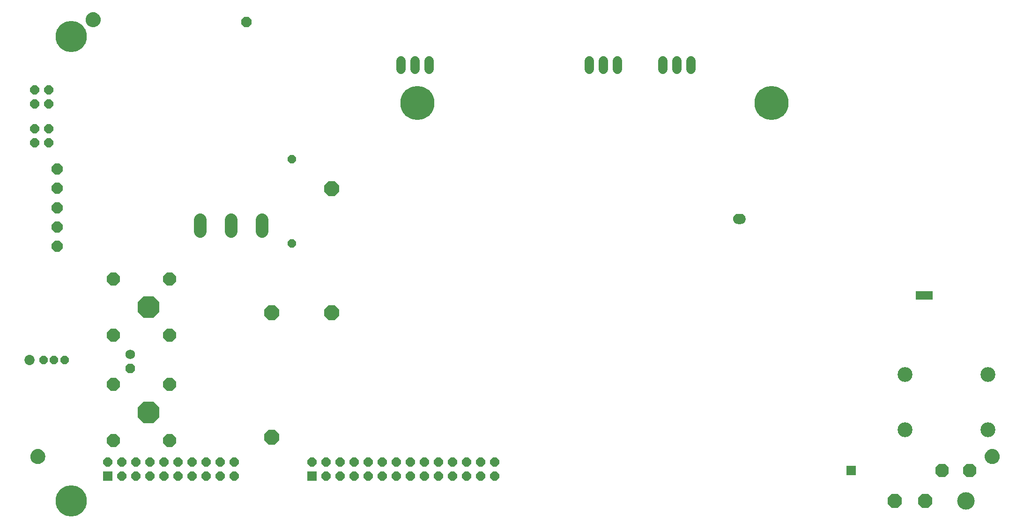
<source format=gbs>
G75*
%MOIN*%
%OFA0B0*%
%FSLAX25Y25*%
%IPPOS*%
%LPD*%
%AMOC8*
5,1,8,0,0,1.08239X$1,22.5*
%
%ADD10R,0.12000X0.06000*%
%ADD11R,0.06500X0.06500*%
%ADD12C,0.06600*%
%ADD13OC8,0.07687*%
%ADD14OC8,0.09200*%
%ADD15OC8,0.15600*%
%ADD16C,0.13198*%
%ADD17OC8,0.06506*%
%ADD18C,0.08850*%
%ADD19OC8,0.05915*%
%ADD20C,0.07293*%
%ADD21OC8,0.06000*%
%ADD22OC8,0.10600*%
%ADD23R,0.06506X0.06506*%
%ADD24OC8,0.10293*%
%ADD25C,0.12411*%
%ADD26C,0.00500*%
%ADD27OC8,0.06900*%
%ADD28C,0.06900*%
%ADD29OC8,0.09655*%
%ADD30C,0.10600*%
%ADD31OC8,0.07096*%
%ADD32C,0.24222*%
%ADD33C,0.00100*%
%ADD34C,0.22254*%
D10*
X0751093Y0243612D03*
D11*
X0699093Y0119112D03*
D12*
X0585093Y0404662D02*
X0585093Y0410662D01*
X0575093Y0410662D02*
X0575093Y0404662D01*
X0565093Y0404662D02*
X0565093Y0410662D01*
X0532593Y0410662D02*
X0532593Y0404662D01*
X0522593Y0404662D02*
X0522593Y0410662D01*
X0512593Y0410662D02*
X0512593Y0404662D01*
X0398593Y0404662D02*
X0398593Y0410662D01*
X0388593Y0410662D02*
X0388593Y0404662D01*
X0378593Y0404662D02*
X0378593Y0410662D01*
D13*
X0134058Y0333736D03*
X0134058Y0319957D03*
X0134058Y0306177D03*
X0134058Y0292398D03*
X0134058Y0278618D03*
D14*
X0173979Y0255508D03*
X0213979Y0255508D03*
X0213979Y0215508D03*
X0173979Y0215508D03*
X0173979Y0180508D03*
X0213979Y0180508D03*
X0213979Y0140508D03*
X0173979Y0140508D03*
D15*
X0199018Y0160508D03*
X0199018Y0235508D03*
D16*
X0143900Y0097516D03*
X0143900Y0428224D03*
D17*
X0128034Y0389917D03*
X0118034Y0389917D03*
X0118034Y0379917D03*
X0128034Y0379917D03*
X0128034Y0362358D03*
X0118034Y0362358D03*
X0118034Y0352358D03*
X0128034Y0352358D03*
X0170042Y0125075D03*
X0180042Y0125075D03*
X0190042Y0125075D03*
X0200042Y0125075D03*
X0210042Y0125075D03*
X0220042Y0125075D03*
X0230042Y0125075D03*
X0240042Y0125075D03*
X0250042Y0125075D03*
X0260042Y0125075D03*
X0260042Y0115075D03*
X0250042Y0115075D03*
X0240042Y0115075D03*
X0230042Y0115075D03*
X0220042Y0115075D03*
X0210042Y0115075D03*
X0200042Y0115075D03*
X0190042Y0115075D03*
X0180042Y0115075D03*
X0315239Y0125075D03*
X0325239Y0125075D03*
X0335239Y0125075D03*
X0345239Y0125075D03*
X0355239Y0125075D03*
X0365239Y0125075D03*
X0375239Y0125075D03*
X0385239Y0125075D03*
X0395239Y0125075D03*
X0405239Y0125075D03*
X0415239Y0125075D03*
X0425239Y0125075D03*
X0435239Y0125075D03*
X0445239Y0125075D03*
X0445239Y0115075D03*
X0435239Y0115075D03*
X0425239Y0115075D03*
X0415239Y0115075D03*
X0405239Y0115075D03*
X0395239Y0115075D03*
X0385239Y0115075D03*
X0375239Y0115075D03*
X0365239Y0115075D03*
X0355239Y0115075D03*
X0345239Y0115075D03*
X0335239Y0115075D03*
X0325239Y0115075D03*
D18*
X0279843Y0289487D02*
X0279843Y0297737D01*
X0257843Y0297737D02*
X0257843Y0289487D01*
X0235843Y0289487D02*
X0235843Y0297737D01*
D19*
X0139373Y0197909D03*
X0131873Y0197909D03*
X0124373Y0197909D03*
D20*
X0114373Y0197909D03*
D21*
X0301093Y0280612D03*
X0301093Y0340612D03*
D22*
X0329343Y0319904D03*
X0329343Y0231321D03*
X0286593Y0231404D03*
X0286593Y0142821D03*
D23*
X0315239Y0115075D03*
X0170042Y0115075D03*
D24*
X0730168Y0097516D03*
X0751822Y0097516D03*
D25*
X0780562Y0097516D03*
D26*
X0796912Y0124682D02*
X0796198Y0125182D01*
X0795582Y0125798D01*
X0795082Y0126512D01*
X0794714Y0127302D01*
X0794488Y0128144D01*
X0794412Y0129012D01*
X0794488Y0129880D01*
X0794714Y0130722D01*
X0795082Y0131512D01*
X0795582Y0132226D01*
X0796198Y0132842D01*
X0796912Y0133342D01*
X0797702Y0133710D01*
X0798544Y0133936D01*
X0799412Y0134012D01*
X0800280Y0133936D01*
X0801122Y0133710D01*
X0801912Y0133342D01*
X0802626Y0132842D01*
X0803242Y0132226D01*
X0803742Y0131512D01*
X0804111Y0130722D01*
X0804336Y0129880D01*
X0804412Y0129012D01*
X0804336Y0128144D01*
X0804111Y0127302D01*
X0803742Y0126512D01*
X0803242Y0125798D01*
X0802626Y0125182D01*
X0801912Y0124682D01*
X0801122Y0124313D01*
X0800280Y0124088D01*
X0799412Y0124012D01*
X0798544Y0124088D01*
X0797702Y0124313D01*
X0796912Y0124682D01*
X0796863Y0124716D02*
X0801962Y0124716D01*
X0802659Y0125215D02*
X0796165Y0125215D01*
X0795666Y0125713D02*
X0803158Y0125713D01*
X0803532Y0126212D02*
X0795292Y0126212D01*
X0794989Y0126710D02*
X0803835Y0126710D01*
X0804067Y0127209D02*
X0794757Y0127209D01*
X0794605Y0127707D02*
X0804219Y0127707D01*
X0804342Y0128206D02*
X0794483Y0128206D01*
X0794439Y0128704D02*
X0804385Y0128704D01*
X0804395Y0129203D02*
X0794429Y0129203D01*
X0794472Y0129701D02*
X0804352Y0129701D01*
X0804250Y0130200D02*
X0794574Y0130200D01*
X0794707Y0130698D02*
X0804117Y0130698D01*
X0803889Y0131197D02*
X0794935Y0131197D01*
X0795211Y0131695D02*
X0803614Y0131695D01*
X0803265Y0132194D02*
X0795560Y0132194D01*
X0796049Y0132692D02*
X0802776Y0132692D01*
X0802128Y0133191D02*
X0796697Y0133191D01*
X0797657Y0133690D02*
X0801167Y0133690D01*
X0800766Y0124218D02*
X0798059Y0124218D01*
X0163978Y0437535D02*
X0163479Y0436821D01*
X0162862Y0436205D01*
X0162148Y0435705D01*
X0161358Y0435337D01*
X0160517Y0435111D01*
X0159648Y0435035D01*
X0158780Y0435111D01*
X0157938Y0435337D01*
X0157148Y0435705D01*
X0156434Y0436205D01*
X0155818Y0436821D01*
X0155318Y0437535D01*
X0154950Y0438325D01*
X0154724Y0439167D01*
X0154648Y0440035D01*
X0154724Y0440904D01*
X0154950Y0441746D01*
X0155318Y0442535D01*
X0155818Y0443249D01*
X0156434Y0443866D01*
X0157148Y0444366D01*
X0157938Y0444734D01*
X0158780Y0444959D01*
X0159648Y0445035D01*
X0160517Y0444959D01*
X0161358Y0444734D01*
X0162148Y0444366D01*
X0162862Y0443866D01*
X0163479Y0443249D01*
X0163978Y0442535D01*
X0164347Y0441746D01*
X0164572Y0440904D01*
X0164648Y0440035D01*
X0164572Y0439167D01*
X0164347Y0438325D01*
X0163978Y0437535D01*
X0164093Y0437781D02*
X0155203Y0437781D01*
X0154971Y0438280D02*
X0164326Y0438280D01*
X0164468Y0438778D02*
X0154828Y0438778D01*
X0154715Y0439277D02*
X0164582Y0439277D01*
X0164626Y0439775D02*
X0154671Y0439775D01*
X0154669Y0440274D02*
X0164627Y0440274D01*
X0164584Y0440772D02*
X0154713Y0440772D01*
X0154823Y0441271D02*
X0164474Y0441271D01*
X0164336Y0441770D02*
X0154961Y0441770D01*
X0155193Y0442268D02*
X0164103Y0442268D01*
X0163817Y0442767D02*
X0155480Y0442767D01*
X0155834Y0443265D02*
X0163463Y0443265D01*
X0162964Y0443764D02*
X0156332Y0443764D01*
X0157000Y0444262D02*
X0162296Y0444262D01*
X0161259Y0444761D02*
X0158038Y0444761D01*
X0155495Y0437283D02*
X0163802Y0437283D01*
X0163441Y0436784D02*
X0155855Y0436784D01*
X0156354Y0436286D02*
X0162943Y0436286D01*
X0162266Y0435787D02*
X0157031Y0435787D01*
X0158118Y0435289D02*
X0161179Y0435289D01*
X0121146Y0133936D02*
X0121988Y0133710D01*
X0122778Y0133342D01*
X0123492Y0132842D01*
X0124108Y0132226D01*
X0124608Y0131512D01*
X0124977Y0130722D01*
X0125202Y0129880D01*
X0125278Y0129012D01*
X0125202Y0128144D01*
X0124977Y0127302D01*
X0124608Y0126512D01*
X0124108Y0125798D01*
X0123492Y0125182D01*
X0122778Y0124682D01*
X0121988Y0124313D01*
X0121146Y0124088D01*
X0120278Y0124012D01*
X0119410Y0124088D01*
X0118568Y0124313D01*
X0117778Y0124682D01*
X0117064Y0125182D01*
X0116448Y0125798D01*
X0115948Y0126512D01*
X0115580Y0127302D01*
X0115354Y0128144D01*
X0115278Y0129012D01*
X0115354Y0129880D01*
X0115580Y0130722D01*
X0115948Y0131512D01*
X0116448Y0132226D01*
X0117064Y0132842D01*
X0117778Y0133342D01*
X0118568Y0133710D01*
X0119410Y0133936D01*
X0120278Y0134012D01*
X0121146Y0133936D01*
X0122033Y0133690D02*
X0118524Y0133690D01*
X0117563Y0133191D02*
X0122994Y0133191D01*
X0123642Y0132692D02*
X0116915Y0132692D01*
X0116426Y0132194D02*
X0124131Y0132194D01*
X0124480Y0131695D02*
X0116077Y0131695D01*
X0115801Y0131197D02*
X0124755Y0131197D01*
X0124983Y0130698D02*
X0115573Y0130698D01*
X0115440Y0130200D02*
X0125117Y0130200D01*
X0125218Y0129701D02*
X0115339Y0129701D01*
X0115295Y0129203D02*
X0125261Y0129203D01*
X0125251Y0128704D02*
X0115305Y0128704D01*
X0115349Y0128206D02*
X0125208Y0128206D01*
X0125085Y0127707D02*
X0115471Y0127707D01*
X0115623Y0127209D02*
X0124933Y0127209D01*
X0124701Y0126710D02*
X0115855Y0126710D01*
X0116158Y0126212D02*
X0124398Y0126212D01*
X0124024Y0125713D02*
X0116533Y0125713D01*
X0117031Y0125215D02*
X0123525Y0125215D01*
X0122828Y0124716D02*
X0117729Y0124716D01*
X0118925Y0124218D02*
X0121632Y0124218D01*
D27*
X0186093Y0191612D03*
D28*
X0186093Y0201612D03*
D29*
X0763664Y0119169D03*
X0783349Y0119169D03*
D30*
X0796371Y0148177D03*
X0796371Y0187547D03*
X0737316Y0187547D03*
X0737316Y0148177D03*
D31*
X0268593Y0438362D03*
D32*
X0390255Y0380864D03*
X0642223Y0380864D03*
D33*
X0620776Y0301795D02*
X0621433Y0301596D01*
X0622038Y0301272D01*
X0622568Y0300837D01*
X0623003Y0300307D01*
X0623327Y0299702D01*
X0623526Y0299045D01*
X0623593Y0298362D01*
X0623526Y0297679D01*
X0623327Y0297023D01*
X0623003Y0296418D01*
X0622568Y0295887D01*
X0622038Y0295452D01*
X0621433Y0295129D01*
X0620776Y0294929D01*
X0620093Y0294862D01*
X0619343Y0294862D01*
X0619343Y0301862D01*
X0620093Y0301862D01*
X0620776Y0301795D01*
X0620929Y0301749D02*
X0619343Y0301749D01*
X0617758Y0301749D01*
X0617910Y0301795D02*
X0618593Y0301862D01*
X0619343Y0301862D01*
X0619343Y0294862D01*
X0618593Y0294862D01*
X0617910Y0294929D01*
X0617254Y0295129D01*
X0616649Y0295452D01*
X0616118Y0295887D01*
X0615683Y0296418D01*
X0615360Y0297023D01*
X0615160Y0297679D01*
X0615093Y0298362D01*
X0615160Y0299045D01*
X0615360Y0299702D01*
X0615683Y0300307D01*
X0616118Y0300837D01*
X0616649Y0301272D01*
X0617254Y0301596D01*
X0617910Y0301795D01*
X0617433Y0301650D02*
X0619343Y0301650D01*
X0621253Y0301650D01*
X0621515Y0301552D02*
X0619343Y0301552D01*
X0617171Y0301552D01*
X0616987Y0301453D02*
X0619343Y0301453D01*
X0621699Y0301453D01*
X0621884Y0301355D02*
X0619343Y0301355D01*
X0616803Y0301355D01*
X0616629Y0301256D02*
X0619343Y0301256D01*
X0622057Y0301256D01*
X0622177Y0301158D02*
X0619343Y0301158D01*
X0616509Y0301158D01*
X0616389Y0301059D02*
X0619343Y0301059D01*
X0622298Y0301059D01*
X0622418Y0300961D02*
X0619343Y0300961D01*
X0616269Y0300961D01*
X0616149Y0300862D02*
X0619343Y0300862D01*
X0622538Y0300862D01*
X0622628Y0300764D02*
X0619343Y0300764D01*
X0616058Y0300764D01*
X0615977Y0300665D02*
X0619343Y0300665D01*
X0622709Y0300665D01*
X0622790Y0300567D02*
X0619343Y0300567D01*
X0615896Y0300567D01*
X0615815Y0300468D02*
X0619343Y0300468D01*
X0622871Y0300468D01*
X0622952Y0300370D02*
X0619343Y0300370D01*
X0615735Y0300370D01*
X0615664Y0300271D02*
X0619343Y0300271D01*
X0623022Y0300271D01*
X0623075Y0300172D02*
X0619343Y0300172D01*
X0615611Y0300172D01*
X0615559Y0300074D02*
X0619343Y0300074D01*
X0623128Y0300074D01*
X0623180Y0299975D02*
X0619343Y0299975D01*
X0615506Y0299975D01*
X0615453Y0299877D02*
X0619343Y0299877D01*
X0623233Y0299877D01*
X0623286Y0299778D02*
X0619343Y0299778D01*
X0615401Y0299778D01*
X0615353Y0299680D02*
X0619343Y0299680D01*
X0623333Y0299680D01*
X0623363Y0299581D02*
X0619343Y0299581D01*
X0615323Y0299581D01*
X0615293Y0299483D02*
X0619343Y0299483D01*
X0623393Y0299483D01*
X0623423Y0299384D02*
X0619343Y0299384D01*
X0615263Y0299384D01*
X0615233Y0299286D02*
X0619343Y0299286D01*
X0623453Y0299286D01*
X0623483Y0299187D02*
X0619343Y0299187D01*
X0615204Y0299187D01*
X0615174Y0299089D02*
X0619343Y0299089D01*
X0623513Y0299089D01*
X0623531Y0298990D02*
X0619343Y0298990D01*
X0615155Y0298990D01*
X0615145Y0298892D02*
X0619343Y0298892D01*
X0623541Y0298892D01*
X0623551Y0298793D02*
X0619343Y0298793D01*
X0615136Y0298793D01*
X0615126Y0298695D02*
X0619343Y0298695D01*
X0623560Y0298695D01*
X0623570Y0298596D02*
X0619343Y0298596D01*
X0615116Y0298596D01*
X0615107Y0298498D02*
X0619343Y0298498D01*
X0623580Y0298498D01*
X0623590Y0298399D02*
X0619343Y0298399D01*
X0615097Y0298399D01*
X0615099Y0298301D02*
X0619343Y0298301D01*
X0623587Y0298301D01*
X0623577Y0298202D02*
X0619343Y0298202D01*
X0615109Y0298202D01*
X0615119Y0298104D02*
X0619343Y0298104D01*
X0623568Y0298104D01*
X0623558Y0298005D02*
X0619343Y0298005D01*
X0615128Y0298005D01*
X0615138Y0297907D02*
X0619343Y0297907D01*
X0623548Y0297907D01*
X0623539Y0297808D02*
X0619343Y0297808D01*
X0615148Y0297808D01*
X0615157Y0297710D02*
X0619343Y0297710D01*
X0623529Y0297710D01*
X0623505Y0297611D02*
X0619343Y0297611D01*
X0615181Y0297611D01*
X0615211Y0297513D02*
X0619343Y0297513D01*
X0623475Y0297513D01*
X0623445Y0297414D02*
X0619343Y0297414D01*
X0615241Y0297414D01*
X0615271Y0297316D02*
X0619343Y0297316D01*
X0623416Y0297316D01*
X0623386Y0297217D02*
X0619343Y0297217D01*
X0615301Y0297217D01*
X0615331Y0297119D02*
X0619343Y0297119D01*
X0623356Y0297119D01*
X0623325Y0297020D02*
X0619343Y0297020D01*
X0615361Y0297020D01*
X0615414Y0296922D02*
X0619343Y0296922D01*
X0623273Y0296922D01*
X0623220Y0296823D02*
X0619343Y0296823D01*
X0615466Y0296823D01*
X0615519Y0296725D02*
X0619343Y0296725D01*
X0623167Y0296725D01*
X0623115Y0296626D02*
X0619343Y0296626D01*
X0615572Y0296626D01*
X0615624Y0296528D02*
X0619343Y0296528D01*
X0623062Y0296528D01*
X0623009Y0296429D02*
X0619343Y0296429D01*
X0615677Y0296429D01*
X0615755Y0296331D02*
X0619343Y0296331D01*
X0622932Y0296331D01*
X0622851Y0296232D02*
X0619343Y0296232D01*
X0615835Y0296232D01*
X0615916Y0296134D02*
X0619343Y0296134D01*
X0622770Y0296134D01*
X0622689Y0296035D02*
X0619343Y0296035D01*
X0615997Y0296035D01*
X0616078Y0295936D02*
X0619343Y0295936D01*
X0622608Y0295936D01*
X0622508Y0295838D02*
X0619343Y0295838D01*
X0616178Y0295838D01*
X0616298Y0295739D02*
X0619343Y0295739D01*
X0622388Y0295739D01*
X0622268Y0295641D02*
X0619343Y0295641D01*
X0616419Y0295641D01*
X0616539Y0295542D02*
X0619343Y0295542D01*
X0622148Y0295542D01*
X0622022Y0295444D02*
X0619343Y0295444D01*
X0616664Y0295444D01*
X0616848Y0295345D02*
X0619343Y0295345D01*
X0621838Y0295345D01*
X0621654Y0295247D02*
X0619343Y0295247D01*
X0617032Y0295247D01*
X0617217Y0295148D02*
X0619343Y0295148D01*
X0621470Y0295148D01*
X0621173Y0295050D02*
X0619343Y0295050D01*
X0617513Y0295050D01*
X0617838Y0294951D02*
X0619343Y0294951D01*
X0620848Y0294951D01*
X0620246Y0301847D02*
X0619343Y0301847D01*
X0618441Y0301847D01*
D34*
X0143900Y0097516D03*
X0143900Y0428224D03*
M02*

</source>
